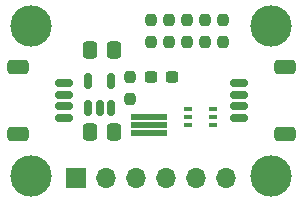
<source format=gbr>
%TF.GenerationSoftware,KiCad,Pcbnew,8.0.1*%
%TF.CreationDate,2024-04-26T21:14:53-06:00*%
%TF.ProjectId,apds-9306-sensor,61706473-2d39-4333-9036-2d73656e736f,rev?*%
%TF.SameCoordinates,Original*%
%TF.FileFunction,Soldermask,Top*%
%TF.FilePolarity,Negative*%
%FSLAX46Y46*%
G04 Gerber Fmt 4.6, Leading zero omitted, Abs format (unit mm)*
G04 Created by KiCad (PCBNEW 8.0.1) date 2024-04-26 21:14:53*
%MOMM*%
%LPD*%
G01*
G04 APERTURE LIST*
G04 Aperture macros list*
%AMRoundRect*
0 Rectangle with rounded corners*
0 $1 Rounding radius*
0 $2 $3 $4 $5 $6 $7 $8 $9 X,Y pos of 4 corners*
0 Add a 4 corners polygon primitive as box body*
4,1,4,$2,$3,$4,$5,$6,$7,$8,$9,$2,$3,0*
0 Add four circle primitives for the rounded corners*
1,1,$1+$1,$2,$3*
1,1,$1+$1,$4,$5*
1,1,$1+$1,$6,$7*
1,1,$1+$1,$8,$9*
0 Add four rect primitives between the rounded corners*
20,1,$1+$1,$2,$3,$4,$5,0*
20,1,$1+$1,$4,$5,$6,$7,0*
20,1,$1+$1,$6,$7,$8,$9,0*
20,1,$1+$1,$8,$9,$2,$3,0*%
G04 Aperture macros list end*
%ADD10RoundRect,0.237500X-0.300000X-0.237500X0.300000X-0.237500X0.300000X0.237500X-0.300000X0.237500X0*%
%ADD11RoundRect,0.237500X-0.237500X0.250000X-0.237500X-0.250000X0.237500X-0.250000X0.237500X0.250000X0*%
%ADD12RoundRect,0.041920X0.680080X0.220080X-0.680080X0.220080X-0.680080X-0.220080X0.680080X-0.220080X0*%
%ADD13C,3.500000*%
%ADD14RoundRect,0.150000X-0.625000X0.150000X-0.625000X-0.150000X0.625000X-0.150000X0.625000X0.150000X0*%
%ADD15RoundRect,0.250000X-0.650000X0.350000X-0.650000X-0.350000X0.650000X-0.350000X0.650000X0.350000X0*%
%ADD16R,0.787400X0.355600*%
%ADD17RoundRect,0.250000X-0.337500X-0.475000X0.337500X-0.475000X0.337500X0.475000X-0.337500X0.475000X0*%
%ADD18RoundRect,0.150000X0.625000X-0.150000X0.625000X0.150000X-0.625000X0.150000X-0.625000X-0.150000X0*%
%ADD19RoundRect,0.250000X0.650000X-0.350000X0.650000X0.350000X-0.650000X0.350000X-0.650000X-0.350000X0*%
%ADD20RoundRect,0.150000X0.150000X-0.512500X0.150000X0.512500X-0.150000X0.512500X-0.150000X-0.512500X0*%
%ADD21R,1.700000X1.700000*%
%ADD22O,1.700000X1.700000*%
G04 APERTURE END LIST*
D10*
%TO.C,C4*%
X165100000Y-83134200D03*
X166825000Y-83134200D03*
%TD*%
D11*
%TO.C,C3*%
X163322000Y-83138000D03*
X163322000Y-84963000D03*
%TD*%
D12*
%TO.C,U2*%
X165667200Y-87797400D03*
X165667200Y-87147400D03*
X165667200Y-86497400D03*
X164177200Y-86497400D03*
X164177200Y-87147400D03*
X164177200Y-87797400D03*
%TD*%
D13*
%TO.C,H1*%
X175260000Y-78740000D03*
%TD*%
D14*
%TO.C,J2*%
X157676600Y-83590000D03*
X157676600Y-84590000D03*
X157676600Y-85590000D03*
X157676600Y-86590000D03*
D15*
X153801600Y-82290000D03*
X153801600Y-87890000D03*
%TD*%
D11*
%TO.C,R2*%
X171196000Y-78310100D03*
X171196000Y-80135100D03*
%TD*%
D16*
%TO.C,Q1*%
X170307000Y-87136999D03*
X170307000Y-86487000D03*
X170307000Y-85837001D03*
X168173400Y-85837001D03*
X168173400Y-86487000D03*
X168173400Y-87136999D03*
%TD*%
D17*
%TO.C,C1*%
X159871500Y-87731600D03*
X161946500Y-87731600D03*
%TD*%
D18*
%TO.C,J3*%
X172523400Y-86590000D03*
X172523400Y-85590000D03*
X172523400Y-84590000D03*
X172523400Y-83590000D03*
D19*
X176398400Y-87890000D03*
X176398400Y-82290000D03*
%TD*%
D11*
%TO.C,R5*%
X165100000Y-78310100D03*
X165100000Y-80135100D03*
%TD*%
D13*
%TO.C,H4*%
X154940000Y-91440000D03*
%TD*%
%TO.C,H3*%
X175260000Y-91440000D03*
%TD*%
D11*
%TO.C,R4*%
X166624000Y-78310100D03*
X166624000Y-80135100D03*
%TD*%
%TO.C,R1*%
X169672000Y-78310100D03*
X169672000Y-80135100D03*
%TD*%
D17*
%TO.C,C2*%
X159871500Y-80772000D03*
X161946500Y-80772000D03*
%TD*%
D20*
%TO.C,U1*%
X159781200Y-85714000D03*
X160731200Y-85714000D03*
X161681200Y-85714000D03*
X161681200Y-83439000D03*
X159781200Y-83439000D03*
%TD*%
D11*
%TO.C,R3*%
X168148000Y-78310100D03*
X168148000Y-80135100D03*
%TD*%
D13*
%TO.C,H2*%
X154940000Y-78740000D03*
%TD*%
D21*
%TO.C,J1*%
X158750000Y-91669000D03*
D22*
X161290000Y-91669000D03*
X163830000Y-91669000D03*
X166370000Y-91669000D03*
X168910000Y-91669000D03*
X171450000Y-91669000D03*
%TD*%
M02*

</source>
